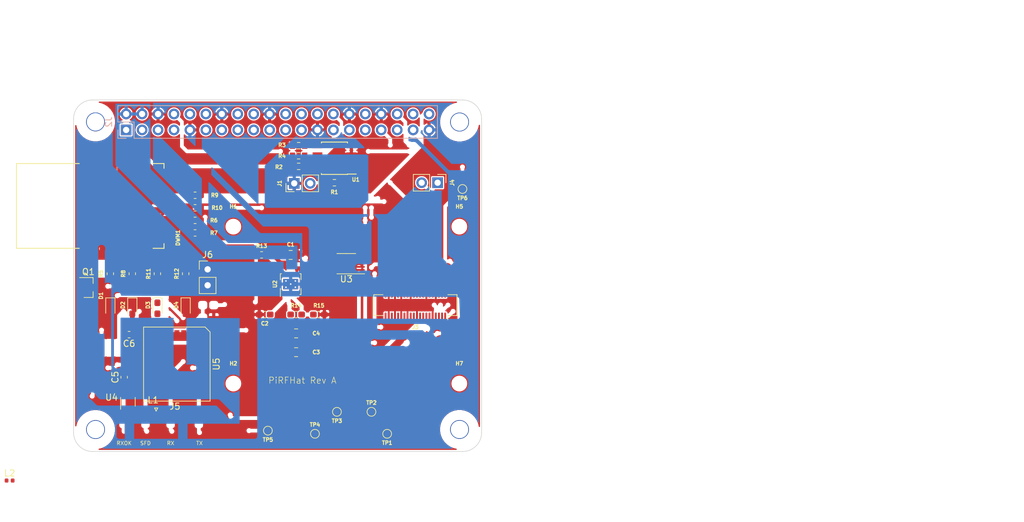
<source format=kicad_pcb>
(kicad_pcb (version 20171130) (host pcbnew "(5.1.4)-1")
  (layers (0 F.Cu signal) (31 B.Cu signal) (34 B.Paste user) (35 F.Paste user) (36 B.SilkS user) (37 F.SilkS user) (38 B.Mask user) (39 F.Mask user) (44 Edge.Cuts user))
  (net 0 "")
  (net 1 GND)
  (net 2 /ID_SD_EEPROM)
  (net 3 /ID_SC_EEPROM)
  (net 4 /P5V_HAT)
  (net 5 "Net-(C2-Pad1)")
  (net 6 +3V3)
  (net 7 /RESET_N)
  (net 8 /UART_RXD)
  (net 9 /GPIO0)
  (net 10 /GPIO1)
  (net 11 /UART_TXD)
  (net 12 /SS)
  (net 13 /MISO)
  (net 14 /MOSI)
  (net 15 /SCLK)
  (net 16 /WAKEUP)
  (net 17 /BL_ENABLE)
  (net 18 /HAT_PWR_EN)
  (net 19 /HAT_PG)
  (net 20 "Net-(DWM1-Pad15)")
  (net 21 "Net-(DWM1-Pad14)")
  (net 22 "Net-(DWM1-Pad13)")
  (net 23 "Net-(DWM1-Pad12)")
  (net 24 "Net-(DWM1-Pad10)")
  (net 25 "Net-(DWM1-Pad9)")
  (net 26 "Net-(D1-Pad1)")
  (net 27 "Net-(D2-Pad1)")
  (net 28 "Net-(D3-Pad1)")
  (net 29 "Net-(D4-Pad1)")
  (net 30 /UWB_RSTn)
  (net 31 "Net-(J1-Pad2)")
  (net 32 "Net-(R14-Pad2)")
  (net 33 /HAT_3V3)
  (net 34 "Net-(DWM1-Pad3)")
  (net 35 /GPS_SDA)
  (net 36 /GPS_SCL)
  (net 37 /GPS_PPS)
  (net 38 /GPS_RESETn)
  (net 39 /GPS_WAKE)
  (net 40 /UART_MUX)
  (net 41 /GPS_ANT_OC)
  (net 42 /GRIM_TXD)
  (net 43 /GRIM_RXD)
  (net 44 /GPS_TXD)
  (net 45 /GPS_RXD)
  (net 46 /VCC_RF)
  (net 47 /ANT_OFF)
  (net 48 "Net-(L1-Pad1)")
  (net 49 "Net-(C6-Pad1)")
  (net 50 "Net-(J5-Pad1)")
  (module Inductor_SMD:L_0402_1005Metric (layer F.Cu) (at 68.35 121.45)
    (fp_text reference L2 (at 0 -1.17) (layer F.SilkS))
    (fp_text value 27n)
    (pad 2 smd roundrect (at 0.485 0) (size 0.59 0.64) (layers F.Cu F.Paste F.Mask) (net 49 "Net-(C6-Pad1)"))
    (pad 1 smd roundrect (at -0.485 0) (size 0.59 0.64) (layers F.Cu F.Paste F.Mask) (net 6 +3V3))
  )
  (module Inductor_SMD:L_0402_1005Metric (layer F.Cu) (at 91.215 109.8)
    (fp_text reference L1 (at 0 -1.17) (layer F.SilkS))
    (fp_text value 27n)
    (pad 2 smd roundrect (at 0.485 0) (size 0.59 0.64) (layers F.Cu F.Paste F.Mask) (net 50 "Net-(J5-Pad1)"))
    (pad 1 smd roundrect (at -0.485 0) (size 0.59 0.64) (layers F.Cu F.Paste F.Mask) (net 48 "Net-(L1-Pad1)"))
  )
  (module Connector_Coaxial:SMA_Amphenol_132289_EdgeMount (layer F.Cu) (at 91.7 113.6 270)
    (fp_text reference J5 (at -3.96 -3) (layer F.SilkS))
    (fp_text value Conn_Coaxial)
    (fp_line (start -3.21 0) (end -3.71 -0.25) (layer F.SilkS) (width 0.12))
    (fp_line (start -3.71 -0.25) (end -3.71 0.25) (layer F.SilkS) (width 0.12))
    (fp_line (start -3.71 0.25) (end -3.21 0) (layer F.SilkS) (width 0.12))
    (pad 1 smd rect (at 0 0) (size 1.5 5.08) (layers F.Cu F.Paste F.Mask) (net 50 "Net-(J5-Pad1)"))
    (pad 2 smd rect (at 0 -4.25) (size 1.5 5.08) (layers F.Cu F.Paste F.Mask) (net 1 GND))
    (pad 2 smd rect (at 0 4.25) (size 1.5 5.08) (layers F.Cu F.Paste F.Mask) (net 1 GND))
    (pad 2 smd rect (at 0 -4.25) (size 1.5 5.08) (layers B.Cu B.Paste B.Mask) (net 1 GND))
    (pad 2 smd rect (at 0 4.25) (size 1.5 5.08) (layers B.Cu B.Paste B.Mask) (net 1 GND))
  )
  (module Capacitor_SMD:C_0603_1608Metric (layer F.Cu) (at 87.3875 98.2 180)
    (fp_text reference C6 (at 0 -1.43) (layer F.SilkS))
    (fp_text value 56P)
    (fp_line (start -0.162779 0.51) (end 0.162779 0.51) (layer F.SilkS) (width 0.12))
    (fp_line (start -0.162779 -0.51) (end 0.162779 -0.51) (layer F.SilkS) (width 0.12))
    (pad 2 smd roundrect (at 0.7875 0 180) (size 0.875 0.95) (layers F.Cu F.Paste F.Mask) (net 1 GND))
    (pad 1 smd roundrect (at -0.7875 0 180) (size 0.875 0.95) (layers F.Cu F.Paste F.Mask) (net 49 "Net-(C6-Pad1)"))
  )
  (module Capacitor_SMD:C_0603_1608Metric (layer F.Cu) (at 86.6 104.9875 90)
    (fp_text reference C5 (at 0 -1.43 90) (layer F.SilkS))
    (fp_text value 56P)
    (fp_line (start -0.162779 0.51) (end 0.162779 0.51) (layer F.SilkS) (width 0.12))
    (fp_line (start -0.162779 -0.51) (end 0.162779 -0.51) (layer F.SilkS) (width 0.12))
    (pad 2 smd roundrect (at 0.7875 0 90) (size 0.875 0.95) (layers F.Cu F.Paste F.Mask) (net 1 GND))
    (pad 1 smd roundrect (at -0.7875 0 90) (size 0.875 0.95) (layers F.Cu F.Paste F.Mask) (net 46 /VCC_RF))
  )
  (module KicadFootprint:TESEO-LIV3R (layer F.Cu) (at 95 102.9 180)
    (fp_text reference U5 (at -6.3 0 90) (layer F.SilkS))
    (fp_text value ST_Teseo)
    (fp_line (start 5.3 5.9) (end -4.5 5.9) (layer F.SilkS) (width 0.12))
    (fp_line (start 5.3 -5.9) (end 5.3 5.9) (layer F.SilkS) (width 0.12))
    (fp_line (start -5.3 -5.9) (end 5.3 -5.9) (layer F.SilkS) (width 0.12))
    (fp_line (start -5.3 5.1) (end -5.3 -5.9) (layer F.SilkS) (width 0.12))
    (fp_line (start -4.5 5.9) (end -5.3 5.1) (layer F.SilkS) (width 0.12))
    (pad 9 smd rect (at 4.4 4.6 180) (size 0.8 1.6) (layers F.Cu F.Paste F.Mask) (net 38 /GPS_RESETn))
    (pad 10 smd rect (at 4.4 -4.6 180) (size 0.8 1.6) (layers F.Cu F.Paste F.Mask) (net 1 GND))
    (pad 8 smd rect (at 3.3 4.6 180) (size 0.8 1.6) (layers F.Cu F.Paste F.Mask) (net 49 "Net-(C6-Pad1)"))
    (pad 11 smd rect (at 3.3 -4.6 180) (size 0.8 1.6) (layers F.Cu F.Paste F.Mask) (net 50 "Net-(J5-Pad1)"))
    (pad 7 smd rect (at 2.2 4.6 180) (size 0.8 1.6) (layers F.Cu F.Paste F.Mask) (net 49 "Net-(C6-Pad1)"))
    (pad 12 smd rect (at 2.2 -4.6 180) (size 0.8 1.6) (layers F.Cu F.Paste F.Mask) (net 1 GND))
    (pad 6 smd rect (at 1.1 4.6 180) (size 0.8 1.6) (layers F.Cu F.Paste F.Mask) (net 49 "Net-(C6-Pad1)"))
    (pad 13 smd rect (at 1.1 -4.6 180) (size 0.8 1.6) (layers F.Cu F.Paste F.Mask) (net 47 /ANT_OFF))
    (pad 5 smd rect (at 0 4.6 180) (size 0.8 1.6) (layers F.Cu F.Paste F.Mask) (net 39 /GPS_WAKE))
    (pad 14 smd rect (at 0 -4.6 180) (size 0.8 1.6) (layers F.Cu F.Paste F.Mask) (net 46 /VCC_RF))
    (pad 4 smd rect (at -1.1 4.6 180) (size 0.8 1.6) (layers F.Cu F.Paste F.Mask) (net 37 /GPS_PPS))
    (pad 15 smd rect (at -1.1 -4.6 180) (size 0.8 1.6) (layers F.Cu F.Paste F.Mask))
    (pad 3 smd rect (at -2.2 4.6 180) (size 0.8 1.6) (layers F.Cu F.Paste F.Mask) (net 45 /GPS_RXD))
    (pad 16 smd rect (at -2.2 -4.6 180) (size 0.8 1.6) (layers F.Cu F.Paste F.Mask) (net 35 /GPS_SDA))
    (pad 2 smd rect (at -3.3 4.6 180) (size 0.8 1.6) (layers F.Cu F.Paste F.Mask) (net 44 /GPS_TXD))
    (pad 17 smd rect (at -3.3 -4.6 180) (size 0.8 1.6) (layers F.Cu F.Paste F.Mask) (net 36 /GPS_SCL))
    (pad 1 smd rect (at -4.4 4.6 180) (size 0.8 1.6) (layers F.Cu F.Paste F.Mask) (net 1 GND))
    (pad 18 smd rect (at -4.4 -4.6 180) (size 0.8 1.6) (layers F.Cu F.Paste F.Mask))
  )
  (module Package_TO_SOT_SMD:SOT-353_SC-70-5 (layer F.Cu) (at 87.2 108.9 90)
    (fp_text reference U4 (at 0.7 -2.6 180) (layer F.SilkS))
    (fp_text value TPS2294x)
    (fp_line (start -0.7 1.16) (end 0.7 1.16) (layer F.SilkS) (width 0.12))
    (fp_line (start 0.7 -1.16) (end -1.2 -1.16) (layer F.SilkS) (width 0.12))
    (pad 5 smd rect (at 0.95 -0.65 90) (size 0.65 0.4) (layers F.Cu F.Paste F.Mask) (net 46 /VCC_RF))
    (pad 4 smd rect (at 0.95 0.65 90) (size 0.65 0.4) (layers F.Cu F.Paste F.Mask) (net 47 /ANT_OFF))
    (pad 2 smd rect (at -0.95 0 90) (size 0.65 0.4) (layers F.Cu F.Paste F.Mask) (net 1 GND))
    (pad 3 smd rect (at -0.95 0.65 90) (size 0.65 0.4) (layers F.Cu F.Paste F.Mask) (net 41 /GPS_ANT_OC))
    (pad 1 smd rect (at -0.95 -0.65 90) (size 0.65 0.4) (layers F.Cu F.Paste F.Mask) (net 48 "Net-(L1-Pad1)"))
  )
  (module Package_SO:VSSOP-10_3x3mm_P0.5mm (layer F.Cu) (at 122 86.9 180)
    (fp_text reference U3 (at 0 -2.45) (layer F.SilkS))
    (fp_text value TS5A23159)
    (fp_line (start 0 1.61) (end 1.5 1.61) (layer F.SilkS) (width 0.12))
    (fp_line (start 0 1.61) (end -1.5 1.61) (layer F.SilkS) (width 0.12))
    (fp_line (start 0 -1.61) (end 1.5 -1.61) (layer F.SilkS) (width 0.12))
    (fp_line (start 0 -1.61) (end -2.925 -1.61) (layer F.SilkS) (width 0.12))
    (pad 1 smd roundrect (at -2.2 -1 180) (size 1.45 0.3) (layers F.Cu F.Paste F.Mask) (net 40 /UART_MUX))
    (pad 2 smd roundrect (at -2.2 -0.5 180) (size 1.45 0.3) (layers F.Cu F.Paste F.Mask) (net 43 /GRIM_RXD))
    (pad 3 smd roundrect (at -2.2 0 180) (size 1.45 0.3) (layers F.Cu F.Paste F.Mask) (net 1 GND))
    (pad 4 smd roundrect (at -2.2 0.5 180) (size 1.45 0.3) (layers F.Cu F.Paste F.Mask) (net 42 /GRIM_TXD))
    (pad 5 smd roundrect (at -2.2 1 180) (size 1.45 0.3) (layers F.Cu F.Paste F.Mask) (net 40 /UART_MUX))
    (pad 6 smd roundrect (at 2.2 1 180) (size 1.45 0.3) (layers F.Cu F.Paste F.Mask) (net 11 /UART_TXD))
    (pad 7 smd roundrect (at 2.2 0.5 180) (size 1.45 0.3) (layers F.Cu F.Paste F.Mask) (net 44 /GPS_TXD))
    (pad 8 smd roundrect (at 2.2 0 180) (size 1.45 0.3) (layers F.Cu F.Paste F.Mask) (net 6 +3V3))
    (pad 9 smd roundrect (at 2.2 -0.5 180) (size 1.45 0.3) (layers F.Cu F.Paste F.Mask) (net 45 /GPS_RXD))
    (pad 10 smd roundrect (at 2.2 -1 180) (size 1.45 0.3) (layers F.Cu F.Paste F.Mask) (net 8 /UART_RXD))
  )
  (module Package_TO_SOT_SMD:SOT-23 (layer F.Cu) (at 80.9 90.7)
    (fp_text reference Q1 (at 0 -2.5) (layer F.SilkS))
    (fp_text value MMBT3904)
    (fp_line (start 0.76 1.58) (end -0.7 1.58) (layer F.SilkS) (width 0.12))
    (fp_line (start 0.76 -1.58) (end -1.4 -1.58) (layer F.SilkS) (width 0.12))
    (fp_line (start 0.76 -1.58) (end 0.76 -0.65) (layer F.SilkS) (width 0.12))
    (fp_line (start 0.76 1.58) (end 0.76 0.65) (layer F.SilkS) (width 0.12))
    (pad 3 smd rect (at 1 0) (size 0.9 0.8) (layers F.Cu F.Paste F.Mask) (net 34 "Net-(DWM1-Pad3)"))
    (pad 2 smd rect (at -1 0.95) (size 0.9 0.8) (layers F.Cu F.Paste F.Mask) (net 1 GND))
    (pad 1 smd rect (at -1 -0.95) (size 0.9 0.8) (layers F.Cu F.Paste F.Mask) (net 30 /UWB_RSTn))
  )
  (module Connector_PinHeader_2.54mm:PinHeader_1x02_P2.54mm_Vertical (layer F.Cu) (at 99.9 87.8)
    (fp_text reference J6 (at 0 -2.33) (layer F.SilkS))
    (fp_text value CONN_01X02)
    (fp_line (start -1.33 -1.33) (end 0 -1.33) (layer F.SilkS) (width 0.12))
    (fp_line (start -1.33 0) (end -1.33 -1.33) (layer F.SilkS) (width 0.12))
    (fp_line (start -1.33 1.27) (end 1.33 1.27) (layer F.SilkS) (width 0.12))
    (fp_line (start 1.33 1.27) (end 1.33 3.87) (layer F.SilkS) (width 0.12))
    (fp_line (start -1.33 1.27) (end -1.33 3.87) (layer F.SilkS) (width 0.12))
    (fp_line (start -1.33 3.87) (end 1.33 3.87) (layer F.SilkS) (width 0.12))
    (pad 2 thru_hole oval (at 0 2.54) (size 1.7 1.7) (drill 1) (layers *.Cu *.Mask) (net 36 /GPS_SCL))
    (pad 1 thru_hole rect (at 0 0) (size 1.7 1.7) (drill 1) (layers *.Cu *.Mask) (net 35 /GPS_SDA))
  )
  (module Connector_PinHeader_2.54mm:PinHeader_1x02_P2.54mm_Vertical (layer F.Cu) (at 136.54 74 270)
    (fp_text reference J4 (at 0 -2.33 90) (layer F.SilkS) (effects (font (size 0.6 0.6))))
    (fp_text value CONN_01X02)
    (fp_line (start -1.33 -1.33) (end 0 -1.33) (layer F.SilkS) (width 0.12))
    (fp_line (start -1.33 0) (end -1.33 -1.33) (layer F.SilkS) (width 0.12))
    (fp_line (start -1.33 1.27) (end 1.33 1.27) (layer F.SilkS) (width 0.12))
    (fp_line (start 1.33 1.27) (end 1.33 3.87) (layer F.SilkS) (width 0.12))
    (fp_line (start -1.33 1.27) (end -1.33 3.87) (layer F.SilkS) (width 0.12))
    (fp_line (start -1.33 3.87) (end 1.33 3.87) (layer F.SilkS) (width 0.12))
    (pad 2 thru_hole oval (at 0 2.54 270) (size 1.7 1.7) (drill 1) (layers *.Cu *.Mask) (net 11 /UART_TXD))
    (pad 1 thru_hole rect (at 0 0 270) (size 1.7 1.7) (drill 1) (layers *.Cu *.Mask) (net 8 /UART_RXD))
  )
  (module Connector_Molex:Molex_SlimStack_501920-4001_2x20_P0.50mm_Vertical (layer F.Cu) (at 133 93.5 180)
    (fp_text reference J3 (at 0 -3.5) (layer F.SilkS) (effects (font (size 0.6 0.6))))
    (fp_text value Conn_02x20_Odd_Even)
    (fp_line (start 6.63 -1.66) (end 5.16 -1.66) (layer F.SilkS) (width 0.12))
    (fp_line (start 6.63 1.66) (end 6.63 -1.66) (layer F.SilkS) (width 0.12))
    (fp_line (start 5.16 1.66) (end 6.63 1.66) (layer F.SilkS) (width 0.12))
    (fp_line (start -5.16 -1.66) (end -5.16 -2.35) (layer F.SilkS) (width 0.12))
    (fp_line (start -6.63 -1.66) (end -5.16 -1.66) (layer F.SilkS) (width 0.12))
    (fp_line (start -6.63 1.66) (end -6.63 -1.66) (layer F.SilkS) (width 0.12))
    (fp_line (start -5.16 1.66) (end -6.63 1.66) (layer F.SilkS) (width 0.12))
    (pad 40 smd rect (at 4.75 1.75 180) (size 0.3 1.1) (layers F.Cu F.Paste F.Mask))
    (pad 38 smd rect (at 4.25 1.75 180) (size 0.3 1.1) (layers F.Cu F.Paste F.Mask) (net 1 GND))
    (pad 36 smd rect (at 3.75 1.75 180) (size 0.3 1.1) (layers F.Cu F.Paste F.Mask))
    (pad 34 smd rect (at 3.25 1.75 180) (size 0.3 1.1) (layers F.Cu F.Paste F.Mask) (net 1 GND))
    (pad 32 smd rect (at 2.75 1.75 180) (size 0.3 1.1) (layers F.Cu F.Paste F.Mask))
    (pad 30 smd rect (at 2.25 1.75 180) (size 0.3 1.1) (layers F.Cu F.Paste F.Mask) (net 1 GND))
    (pad 28 smd rect (at 1.75 1.75 180) (size 0.3 1.1) (layers F.Cu F.Paste F.Mask))
    (pad 26 smd rect (at 1.25 1.75 180) (size 0.3 1.1) (layers F.Cu F.Paste F.Mask))
    (pad 24 smd rect (at 0.75 1.75 180) (size 0.3 1.1) (layers F.Cu F.Paste F.Mask) (net 1 GND))
    (pad 22 smd rect (at 0.25 1.75 180) (size 0.3 1.1) (layers F.Cu F.Paste F.Mask))
    (pad 20 smd rect (at -0.25 1.75 180) (size 0.3 1.1) (layers F.Cu F.Paste F.Mask))
    (pad 18 smd rect (at -0.75 1.75 180) (size 0.3 1.1) (layers F.Cu F.Paste F.Mask))
    (pad 16 smd rect (at -1.25 1.75 180) (size 0.3 1.1) (layers F.Cu F.Paste F.Mask))
    (pad 14 smd rect (at -1.75 1.75 180) (size 0.3 1.1) (layers F.Cu F.Paste F.Mask) (net 1 GND))
    (pad 12 smd rect (at -2.25 1.75 180) (size 0.3 1.1) (layers F.Cu F.Paste F.Mask) (net 42 /GRIM_TXD))
    (pad 10 smd rect (at -2.75 1.75 180) (size 0.3 1.1) (layers F.Cu F.Paste F.Mask) (net 43 /GRIM_RXD))
    (pad 8 smd rect (at -3.25 1.75 180) (size 0.3 1.1) (layers F.Cu F.Paste F.Mask) (net 1 GND))
    (pad 6 smd rect (at -3.75 1.75 180) (size 0.3 1.1) (layers F.Cu F.Paste F.Mask))
    (pad 4 smd rect (at -4.25 1.75 180) (size 0.3 1.1) (layers F.Cu F.Paste F.Mask))
    (pad 2 smd rect (at -4.75 1.75 180) (size 0.3 1.1) (layers F.Cu F.Paste F.Mask) (net 7 /RESET_N))
    (pad 39 smd rect (at 4.75 -1.75 180) (size 0.3 1.1) (layers F.Cu F.Paste F.Mask))
    (pad 37 smd rect (at 4.25 -1.75 180) (size 0.3 1.1) (layers F.Cu F.Paste F.Mask) (net 1 GND))
    (pad 35 smd rect (at 3.75 -1.75 180) (size 0.3 1.1) (layers F.Cu F.Paste F.Mask))
    (pad 33 smd rect (at 3.25 -1.75 180) (size 0.3 1.1) (layers F.Cu F.Paste F.Mask) (net 1 GND))
    (pad 31 smd rect (at 2.75 -1.75 180) (size 0.3 1.1) (layers F.Cu F.Paste F.Mask))
    (pad 29 smd rect (at 2.25 -1.75 180) (size 0.3 1.1) (layers F.Cu F.Paste F.Mask) (net 1 GND))
    (pad 27 smd rect (at 1.75 -1.75 180) (size 0.3 1.1) (layers F.Cu F.Paste F.Mask))
    (pad 25 smd rect (at 1.25 -1.75 180) (size 0.3 1.1) (layers F.Cu F.Paste F.Mask) (net 1 GND))
    (pad 23 smd rect (at 0.75 -1.75 180) (size 0.3 1.1) (layers F.Cu F.Paste F.Mask))
    (pad 21 smd rect (at 0.25 -1.75 180) (size 0.3 1.1) (layers F.Cu F.Paste F.Mask))
    (pad 19 smd rect (at -0.25 -1.75 180) (size 0.3 1.1) (layers F.Cu F.Paste F.Mask) (net 1 GND))
    (pad 17 smd rect (at -0.75 -1.75 180) (size 0.3 1.1) (layers F.Cu F.Paste F.Mask) (net 16 /WAKEUP))
    (pad 15 smd rect (at -1.25 -1.75 180) (size 0.3 1.1) (layers F.Cu F.Paste F.Mask) (net 9 /GPIO0))
    (pad 13 smd rect (at -1.75 -1.75 180) (size 0.3 1.1) (layers F.Cu F.Paste F.Mask) (net 17 /BL_ENABLE))
    (pad 11 smd rect (at -2.25 -1.75 180) (size 0.3 1.1) (layers F.Cu F.Paste F.Mask) (net 10 /GPIO1))
    (pad 9 smd rect (at -2.75 -1.75 180) (size 0.3 1.1) (layers F.Cu F.Paste F.Mask) (net 1 GND))
    (pad 7 smd rect (at -3.25 -1.75 180) (size 0.3 1.1) (layers F.Cu F.Paste F.Mask) (net 6 +3V3))
    (pad 5 smd rect (at -3.75 -1.75 180) (size 0.3 1.1) (layers F.Cu F.Paste F.Mask) (net 6 +3V3))
    (pad 3 smd rect (at -4.25 -1.75 180) (size 0.3 1.1) (layers F.Cu F.Paste F.Mask) (net 6 +3V3))
    (pad 1 smd rect (at -4.75 -1.75 180) (size 0.3 1.1) (layers F.Cu F.Paste F.Mask) (net 6 +3V3))
  )
  (module Capacitor_SMD:C_0805_2012Metric_Pad1.15x1.40mm_HandSolder (layer F.Cu) (at 114 98)
    (fp_text reference C4 (at 3.2 0) (layer F.SilkS) (effects (font (size 0.6 0.6))))
    (fp_text value 10u)
    (fp_line (start -0.261252 0.71) (end 0.261252 0.71) (layer F.SilkS) (width 0.12))
    (fp_line (start -0.261252 -0.71) (end 0.261252 -0.71) (layer F.SilkS) (width 0.12))
    (pad 2 smd roundrect (at 1.025 0) (size 1.15 1.4) (layers F.Cu F.Paste F.Mask) (roundrect_rratio 0.217391) (net 1 GND))
    (pad 1 smd roundrect (at -1.025 0) (size 1.15 1.4) (layers F.Cu F.Paste F.Mask) (roundrect_rratio 0.217391) (net 6 +3V3))
  )
  (module Capacitor_SMD:C_0805_2012Metric_Pad1.15x1.40mm_HandSolder (layer F.Cu) (at 114 101)
    (fp_text reference C3 (at 3.2 0) (layer F.SilkS) (effects (font (size 0.6 0.6))))
    (fp_text value 10u)
    (fp_line (start -0.261252 0.71) (end 0.261252 0.71) (layer F.SilkS) (width 0.12))
    (fp_line (start -0.261252 -0.71) (end 0.261252 -0.71) (layer F.SilkS) (width 0.12))
    (pad 2 smd roundrect (at 1.025 0) (size 1.15 1.4) (layers F.Cu F.Paste F.Mask) (roundrect_rratio 0.217391) (net 1 GND))
    (pad 1 smd roundrect (at -1.025 0) (size 1.15 1.4) (layers F.Cu F.Paste F.Mask) (roundrect_rratio 0.217391) (net 6 +3V3))
  )
  (module Capacitor_SMD:C_0805_2012Metric_Pad1.15x1.40mm_HandSolder (layer F.Cu) (at 113.125 85.5)
    (fp_text reference C1 (at 0 -1.65) (layer F.SilkS) (effects (font (size 0.6 0.6))))
    (fp_text value 10u)
    (fp_line (start -0.261252 0.71) (end 0.261252 0.71) (layer F.SilkS) (width 0.12))
    (fp_line (start -0.261252 -0.71) (end 0.261252 -0.71) (layer F.SilkS) (width 0.12))
    (pad 2 smd roundrect (at 1.025 0) (size 1.15 1.4) (layers F.Cu F.Paste F.Mask) (roundrect_rratio 0.217391) (net 1 GND))
    (pad 1 smd roundrect (at -1.025 0) (size 1.15 1.4) (layers F.Cu F.Paste F.Mask) (roundrect_rratio 0.217391) (net 4 /P5V_HAT))
  )
  (module TestPoint:TestPoint_Pad_D1.0mm (layer F.Cu) (at 120.5 110.5 180)
    (fp_text reference TP3 (at 0 -1.448) (layer F.SilkS) (effects (font (size 0.6 0.6))))
    (fp_text value TestPoint)
    (fp_circle (center 0 0) (end 0 0.7) (layer F.SilkS) (width 0.12))
    (pad 1 smd circle (at 0 0 180) (size 1 1) (layers F.Cu F.Mask) (net 9 /GPIO0))
  )
  (module Resistor_SMD:R_0603_1608Metric_Pad1.05x0.95mm_HandSolder (layer F.Cu) (at 96.4 88.5 90)
    (fp_text reference R12 (at 0 -1.43 90) (layer F.SilkS) (effects (font (size 0.6 0.6))))
    (fp_text value 1.5k)
    (fp_line (start -0.171267 0.51) (end 0.171267 0.51) (layer F.SilkS) (width 0.12))
    (fp_line (start -0.171267 -0.51) (end 0.171267 -0.51) (layer F.SilkS) (width 0.12))
    (pad 2 smd roundrect (at 0.875 0 90) (size 1.05 0.95) (layers F.Cu F.Paste F.Mask) (net 23 "Net-(DWM1-Pad12)"))
    (pad 1 smd roundrect (at -0.875 0 90) (size 1.05 0.95) (layers F.Cu F.Paste F.Mask) (net 29 "Net-(D4-Pad1)"))
  )
  (module Resistor_SMD:R_0603_1608Metric_Pad1.05x0.95mm_HandSolder (layer F.Cu) (at 91.9 88.5 90)
    (fp_text reference R11 (at 0 -1.43 90) (layer F.SilkS) (effects (font (size 0.6 0.6))))
    (fp_text value 1.5k)
    (fp_line (start -0.171267 0.51) (end 0.171267 0.51) (layer F.SilkS) (width 0.12))
    (fp_line (start -0.171267 -0.51) (end 0.171267 -0.51) (layer F.SilkS) (width 0.12))
    (pad 2 smd roundrect (at 0.875 0 90) (size 1.05 0.95) (layers F.Cu F.Paste F.Mask) (net 22 "Net-(DWM1-Pad13)"))
    (pad 1 smd roundrect (at -0.875 0 90) (size 1.05 0.95) (layers F.Cu F.Paste F.Mask) (net 28 "Net-(D3-Pad1)"))
  )
  (module Resistor_SMD:R_0603_1608Metric_Pad1.05x0.95mm_HandSolder (layer F.Cu) (at 97.9 78)
    (fp_text reference R10 (at 3.5 0) (layer F.SilkS) (effects (font (size 0.6 0.6))))
    (fp_text value 0)
    (fp_line (start -0.171267 0.51) (end 0.171267 0.51) (layer F.SilkS) (width 0.12))
    (fp_line (start -0.171267 -0.51) (end 0.171267 -0.51) (layer F.SilkS) (width 0.12))
    (pad 2 smd roundrect (at 0.875 0) (size 1.05 0.95) (layers F.Cu F.Paste F.Mask) (net 1 GND))
    (pad 1 smd roundrect (at -0.875 0) (size 1.05 0.95) (layers F.Cu F.Paste F.Mask) (net 24 "Net-(DWM1-Pad10)"))
  )
  (module Resistor_SMD:R_0603_1608Metric_Pad1.05x0.95mm_HandSolder (layer F.Cu) (at 97.9 76 180)
    (fp_text reference R9 (at -3.125 0) (layer F.SilkS) (effects (font (size 0.6 0.6))))
    (fp_text value DNP)
    (fp_line (start -0.171267 0.51) (end 0.171267 0.51) (layer F.SilkS) (width 0.12))
    (fp_line (start -0.171267 -0.51) (end 0.171267 -0.51) (layer F.SilkS) (width 0.12))
    (pad 2 smd roundrect (at 0.875 0 180) (size 1.05 0.95) (layers F.Cu F.Paste F.Mask) (net 24 "Net-(DWM1-Pad10)"))
    (pad 1 smd roundrect (at -0.875 0 180) (size 1.05 0.95) (layers F.Cu F.Paste F.Mask) (net 6 +3V3))
  )
  (module Resistor_SMD:R_0603_1608Metric_Pad1.05x0.95mm_HandSolder (layer F.Cu) (at 87.9 88.5 90)
    (fp_text reference R8 (at 0 -1.43 90) (layer F.SilkS) (effects (font (size 0.6 0.6))))
    (fp_text value 1.5k)
    (fp_line (start -0.171267 0.51) (end 0.171267 0.51) (layer F.SilkS) (width 0.12))
    (fp_line (start -0.171267 -0.51) (end 0.171267 -0.51) (layer F.SilkS) (width 0.12))
    (pad 2 smd roundrect (at 0.875 0 90) (size 1.05 0.95) (layers F.Cu F.Paste F.Mask) (net 21 "Net-(DWM1-Pad14)"))
    (pad 1 smd roundrect (at -0.875 0 90) (size 1.05 0.95) (layers F.Cu F.Paste F.Mask) (net 27 "Net-(D2-Pad1)"))
  )
  (module Resistor_SMD:R_0603_1608Metric_Pad1.05x0.95mm_HandSolder (layer F.Cu) (at 97.9 82)
    (fp_text reference R7 (at 3 0) (layer F.SilkS) (effects (font (size 0.6 0.6))))
    (fp_text value 0)
    (fp_line (start -0.171267 0.51) (end 0.171267 0.51) (layer F.SilkS) (width 0.12))
    (fp_line (start -0.171267 -0.51) (end 0.171267 -0.51) (layer F.SilkS) (width 0.12))
    (pad 2 smd roundrect (at 0.875 0) (size 1.05 0.95) (layers F.Cu F.Paste F.Mask) (net 1 GND))
    (pad 1 smd roundrect (at -0.875 0) (size 1.05 0.95) (layers F.Cu F.Paste F.Mask) (net 25 "Net-(DWM1-Pad9)"))
  )
  (module Resistor_SMD:R_0603_1608Metric_Pad1.05x0.95mm_HandSolder (layer F.Cu) (at 97.9 80 180)
    (fp_text reference R6 (at -3 0) (layer F.SilkS) (effects (font (size 0.6 0.6))))
    (fp_text value DNP)
    (fp_line (start -0.171267 0.51) (end 0.171267 0.51) (layer F.SilkS) (width 0.12))
    (fp_line (start -0.171267 -0.51) (end 0.171267 -0.51) (layer F.SilkS) (width 0.12))
    (pad 2 smd roundrect (at 0.875 0 180) (size 1.05 0.95) (layers F.Cu F.Paste F.Mask) (net 25 "Net-(DWM1-Pad9)"))
    (pad 1 smd roundrect (at -0.875 0 180) (size 1.05 0.95) (layers F.Cu F.Paste F.Mask) (net 6 +3V3))
  )
  (module Resistor_SMD:R_0603_1608Metric_Pad1.05x0.95mm_HandSolder (layer F.Cu) (at 84.4 88.5 90)
    (fp_text reference R5 (at 0 -1.5 270) (layer F.SilkS) (effects (font (size 0.6 0.6))))
    (fp_text value 1.5k)
    (fp_line (start -0.171267 0.51) (end 0.171267 0.51) (layer F.SilkS) (width 0.12))
    (fp_line (start -0.171267 -0.51) (end 0.171267 -0.51) (layer F.SilkS) (width 0.12))
    (pad 2 smd roundrect (at 0.875 0 90) (size 1.05 0.95) (layers F.Cu F.Paste F.Mask) (net 20 "Net-(DWM1-Pad15)"))
    (pad 1 smd roundrect (at -0.875 0 90) (size 1.05 0.95) (layers F.Cu F.Paste F.Mask) (net 26 "Net-(D1-Pad1)"))
  )
  (module LED_SMD:LED_0603_1608Metric_Pad1.05x0.95mm_HandSolder (layer F.Cu) (at 96.4 94 270)
    (fp_text reference D4 (at -0.5 1.5 270) (layer F.SilkS) (effects (font (size 0.6 0.6))))
    (fp_text value LED)
    (fp_line (start -1.66 0.735) (end 0.8 0.735) (layer F.SilkS) (width 0.12))
    (fp_line (start -1.66 -0.735) (end -1.66 0.735) (layer F.SilkS) (width 0.12))
    (fp_line (start 0.8 -0.735) (end -1.66 -0.735) (layer F.SilkS) (width 0.12))
    (pad 2 smd roundrect (at 0.875 0 270) (size 1.05 0.95) (layers F.Cu F.Paste F.Mask) (net 6 +3V3))
    (pad 1 smd roundrect (at -0.875 0 270) (size 1.05 0.95) (layers F.Cu F.Paste F.Mask) (net 29 "Net-(D4-Pad1)"))
  )
  (module LED_SMD:LED_0603_1608Metric_Pad1.05x0.95mm_HandSolder (layer F.Cu) (at 91.9 94 270)
    (fp_text reference D3 (at -0.5 1.5 270) (layer F.SilkS) (effects (font (size 0.6 0.6))))
    (fp_text value LED)
    (fp_line (start -1.66 0.735) (end 0.8 0.735) (layer F.SilkS) (width 0.12))
    (fp_line (start -1.66 -0.735) (end -1.66 0.735) (layer F.SilkS) (width 0.12))
    (fp_line (start 0.8 -0.735) (end -1.66 -0.735) (layer F.SilkS) (width 0.12))
    (pad 2 smd roundrect (at 0.875 0 270) (size 1.05 0.95) (layers F.Cu F.Paste F.Mask) (net 6 +3V3))
    (pad 1 smd roundrect (at -0.875 0 270) (size 1.05 0.95) (layers F.Cu F.Paste F.Mask) (net 28 "Net-(D3-Pad1)"))
  )
  (module LED_SMD:LED_0603_1608Metric_Pad1.05x0.95mm_HandSolder (layer F.Cu) (at 87.9 94 270)
    (fp_text reference D2 (at -0.5 1.5 270) (layer F.SilkS) (effects (font (size 0.6 0.6))))
    (fp_text value LED)
    (fp_line (start -1.66 0.735) (end 0.8 0.735) (layer F.SilkS) (width 0.12))
    (fp_line (start -1.66 -0.735) (end -1.66 0.735) (layer F.SilkS) (width 0.12))
    (fp_line (start 0.8 -0.735) (end -1.66 -0.735) (layer F.SilkS) (width 0.12))
    (pad 2 smd roundrect (at 0.875 0 270) (size 1.05 0.95) (layers F.Cu F.Paste F.Mask) (net 6 +3V3))
    (pad 1 smd roundrect (at -0.875 0 270) (size 1.05 0.95) (layers F.Cu F.Paste F.Mask) (net 27 "Net-(D2-Pad1)"))
  )
  (module LED_SMD:LED_0603_1608Metric_Pad1.05x0.95mm_HandSolder (layer F.Cu) (at 84.4 94 270)
    (fp_text reference D1 (at -2 1.5 270) (layer F.SilkS) (effects (font (size 0.6 0.6))))
    (fp_text value LED)
    (fp_line (start -1.66 0.735) (end 0.8 0.735) (layer F.SilkS) (width 0.12))
    (fp_line (start -1.66 -0.735) (end -1.66 0.735) (layer F.SilkS) (width 0.12))
    (fp_line (start 0.8 -0.735) (end -1.66 -0.735) (layer F.SilkS) (width 0.12))
    (pad 2 smd roundrect (at 0.875 0 270) (size 1.05 0.95) (layers F.Cu F.Paste F.Mask) (net 6 +3V3))
    (pad 1 smd roundrect (at -0.875 0 270) (size 1.05 0.95) (layers F.Cu F.Paste F.Mask) (net 26 "Net-(D1-Pad1)"))
  )
  (module RF_Module:DWM1000 (layer F.Cu) (at 81.2 77.7 90)
    (fp_text reference DWM1 (at -5.08 13.97 90) (layer F.SilkS) (effects (font (size 0.6 0.6))))
    (fp_text value DWM1000)
    (fp_line (start -6.75 -11.75) (end -6.75 -1.75) (layer F.SilkS) (width 0.15))
    (fp_line (start 6.75 -11.75) (end 6.75 -1.75) (layer F.SilkS) (width 0.15))
    (fp_line (start -6.75 -11.75) (end 6.75 -11.75) (layer F.SilkS) (width 0.15))
    (fp_line (start 6.75 11.75) (end 6.75 10) (layer F.SilkS) (width 0.15))
    (fp_line (start 6 11.75) (end 6.75 11.75) (layer F.SilkS) (width 0.15))
    (fp_line (start -6.75 11.75) (end -6.75 10) (layer F.SilkS) (width 0.15))
    (fp_line (start -6 11.75) (end -6.75 11.75) (layer F.SilkS) (width 0.15))
    (pad 24 smd rect (at 6.3 -0.7988 180) (size 1 2.45) (layers F.Cu F.Paste F.Mask) (net 1 GND))
    (pad 23 smd rect (at 6.3 0.6012 180) (size 1 2.45) (layers F.Cu F.Paste F.Mask) (net 1 GND))
    (pad 22 smd rect (at 6.3 2.0012 180) (size 1 2.45) (layers F.Cu F.Paste F.Mask))
    (pad 21 smd rect (at 6.3 3.4012 180) (size 1 2.45) (layers F.Cu F.Paste F.Mask) (net 1 GND))
    (pad 20 smd rect (at 6.3 4.8012 180) (size 1 2.45) (layers F.Cu F.Paste F.Mask) (net 15 /SCLK))
    (pad 19 smd rect (at 6.3 6.2012 180) (size 1 2.45) (layers F.Cu F.Paste F.Mask) (net 13 /MISO))
    (pad 18 smd rect (at 6.3 7.6 180) (size 1 2.45) (layers F.Cu F.Paste F.Mask) (net 14 /MOSI))
    (pad 17 smd rect (at 6.3 9 180) (size 1 2.45) (layers F.Cu F.Paste F.Mask) (net 12 /SS))
    (pad 16 smd rect (at 4.9 11.2962 90) (size 1 2.45) (layers F.Cu F.Paste F.Mask) (net 1 GND))
    (pad 15 smd rect (at 3.5 11.2962 90) (size 1 2.45) (layers F.Cu F.Paste F.Mask) (net 20 "Net-(DWM1-Pad15)"))
    (pad 14 smd rect (at 2.1 11.2962 90) (size 1 2.45) (layers F.Cu F.Paste F.Mask) (net 21 "Net-(DWM1-Pad14)"))
    (pad 13 smd rect (at 0.7 11.2962 90) (size 1 2.45) (layers F.Cu F.Paste F.Mask) (net 22 "Net-(DWM1-Pad13)"))
    (pad 12 smd rect (at -0.7 11.2962 90) (size 1 2.45) (layers F.Cu F.Paste F.Mask) (net 23 "Net-(DWM1-Pad12)"))
    (pad 11 smd rect (at -2.1 11.2962 90) (size 1 2.45) (layers F.Cu F.Paste F.Mask))
    (pad 10 smd rect (at -3.5 11.2962 90) (size 1 2.45) (layers F.Cu F.Paste F.Mask) (net 24 "Net-(DWM1-Pad10)"))
    (pad 9 smd rect (at -4.9 11.2962 90) (size 1 2.45) (layers F.Cu F.Paste F.Mask) (net 25 "Net-(DWM1-Pad9)"))
    (pad 8 smd rect (at -6.3 9.0012 180) (size 1 2.45) (layers F.Cu F.Paste F.Mask) (net 1 GND))
    (pad 7 smd rect (at -6.3 7.6012 180) (size 1 2.45) (layers F.Cu F.Paste F.Mask) (net 6 +3V3))
    (pad 6 smd rect (at -6.3 6.2012 180) (size 1 2.45) (layers F.Cu F.Paste F.Mask) (net 6 +3V3))
    (pad 5 smd rect (at -6.3 4.8012 180) (size 1 2.45) (layers F.Cu F.Paste F.Mask) (net 6 +3V3))
    (pad 4 smd rect (at -6.3 3.4012 180) (size 1 2.45) (layers F.Cu F.Paste F.Mask))
    (pad 3 smd rect (at -6.3 2.0012 180) (size 1 2.45) (layers F.Cu F.Paste F.Mask) (net 34 "Net-(DWM1-Pad3)"))
    (pad 2 smd rect (at -6.3 0.6012 180) (size 1 2.45) (layers F.Cu F.Paste F.Mask) (net 16 /WAKEUP))
    (pad 1 smd rect (at -6.3 -0.7988 180) (size 1 2.45) (layers F.Cu F.Paste F.Mask))
  )
  (module MountingHole:MountingHole_2.1mm (layer F.Cu) (at 140 106)
    (fp_text reference H7 (at 0 -3.2) (layer F.SilkS) (effects (font (size 0.6 0.6))))
    (fp_text value 3mm_Mounting_Hole)
    (pad "" np_thru_hole circle (at 0 0) (size 2.1 2.1) (drill 2.1) (layers *.Cu *.Mask))
  )
  (module MountingHole:MountingHole_2.1mm (layer F.Cu) (at 140 81)
    (fp_text reference H5 (at 0 -3.2) (layer F.SilkS) (effects (font (size 0.6 0.6))))
    (fp_text value 3mm_Mounting_Hole)
    (pad "" np_thru_hole circle (at 0 0) (size 2.1 2.1) (drill 2.1) (layers *.Cu *.Mask))
  )
  (module MountingHole:MountingHole_2.1mm (layer F.Cu) (at 104 106)
    (fp_text reference H2 (at 0 -3.2) (layer F.SilkS) (effects (font (size 0.6 0.6))))
    (fp_text value 3mm_Mounting_Hole)
    (pad "" np_thru_hole circle (at 0 0) (size 2.1 2.1) (drill 2.1) (layers *.Cu *.Mask))
  )
  (module MountingHole:MountingHole_2.1mm (layer F.Cu) (at 104 81)
    (fp_text reference H1 (at 0 -3.2) (layer F.SilkS) (effects (font (size 0.6 0.6))))
    (fp_text value 3mm_Mounting_Hole)
    (pad "" np_thru_hole circle (at 0 0) (size 2.1 2.1) (drill 2.1) (layers *.Cu *.Mask))
  )
  (module Package_SON:Texas_S-PVSON-N8_ThermalVias (layer F.Cu) (at 113.13 90.15 90)
    (fp_text reference U2 (at 0 -2.5 90) (layer F.SilkS) (effects (font (size 0.6 0.6))))
    (fp_text value TPS7A19)
    (fp_line (start -1.65 1.65) (end -1.65 1.45) (layer F.SilkS) (width 0.12))
    (fp_line (start 1.65 1.45) (end 1.65 1.65) (layer F.SilkS) (width 0.12))
    (fp_line (start 1.65 -1.45) (end 1.65 -1.65) (layer F.SilkS) (width 0.12))
    (fp_line (start -1.65 1.65) (end -0.7 1.65) (layer F.SilkS) (width 0.12))
    (fp_line (start 0.7 -1.65) (end 1.65 -1.65) (layer F.SilkS) (width 0.12))
    (fp_line (start -2 -1.65) (end -0.7 -1.65) (layer F.SilkS) (width 0.12))
    (fp_line (start 0.7 1.65) (end 1.65 1.65) (layer F.SilkS) (width 0.12))
    (pad 8 smd oval (at 1.55 -0.975 90) (size 0.65 0.4) (layers F.Cu F.Paste F.Mask) (net 19 /HAT_PG))
    (pad 7 smd oval (at 1.55 -0.325 90) (size 0.65 0.4) (layers F.Cu F.Paste F.Mask) (net 4 /P5V_HAT))
    (pad 6 smd rect (at 1.75 0.325 90) (size 0.3 0.4) (layers F.Cu F.Paste F.Mask) (net 18 /HAT_PWR_EN))
    (pad 5 smd rect (at 1.75 0.975 90) (size 0.3 0.4) (layers F.Cu F.Paste F.Mask) (net 1 GND))
    (pad 4 smd rect (at -1.75 0.975 90) (size 0.3 0.4) (layers F.Cu F.Paste F.Mask) (net 1 GND))
    (pad 3 smd oval (at -1.55 0.325 90) (size 0.65 0.4) (layers F.Cu F.Paste F.Mask) (net 32 "Net-(R14-Pad2)"))
    (pad 2 smd rect (at -1.75 -0.325 90) (size 0.3 0.4) (layers F.Cu F.Paste F.Mask) (net 6 +3V3))
    (pad 1 smd rect (at -1.75 -0.975 90) (size 0.3 0.4) (layers F.Cu F.Paste F.Mask) (net 5 "Net-(C2-Pad1)"))
    (pad 9 smd rect (at 0 0 90) (size 1.65 2.4) (layers F.Cu F.Mask) (net 1 GND))
    (pad 9 smd rect (at 0.45 0.625 90) (size 0.65 1) (layers F.Cu F.Paste F.Mask) (net 1 GND))
    (pad 9 smd rect (at -0.45 0.625 90) (size 0.65 1) (layers F.Cu F.Paste F.Mask) (net 1 GND))
    (pad 9 smd rect (at 0.45 -0.625 90) (size 0.65 1) (layers F.Cu F.Paste F.Mask) (net 1 GND))
    (pad 9 smd rect (at -0.45 -0.625 90) (size 0.65 1) (layers F.Cu F.Paste F.Mask) (net 1 GND))
    (pad 9 thru_hole circle (at 0.5 0.75 90) (size 0.6 0.6) (drill 0.25) (layers *.Cu) (net 1 GND))
    (pad 9 thru_hole circle (at -0.5 0.75 90) (size 0.6 0.6) (drill 0.25) (layers *.Cu) (net 1 GND))
    (pad 9 thru_hole circle (at 0.5 -0.75 90) (size 0.6 0.6) (drill 0.25) (layers *.Cu) (net 1 GND))
    (pad 9 thru_hole circle (at -0.5 -0.75 90) (size 0.6 0.6) (drill 0.25) (layers *.Cu) (net 1 GND))
    (pad 9 thru_hole circle (at 0 0 90) (size 0.6 0.6) (drill 0.25) (layers *.Cu) (net 1 GND))
    (pad 8 smd rect (at 1.75 -0.975 90) (size 0.3 0.4) (layers F.Cu F.Paste F.Mask) (net 19 /HAT_PG))
    (pad 7 smd rect (at 1.75 -0.325 90) (size 0.3 0.4) (layers F.Cu F.Paste F.Mask) (net 4 /P5V_HAT))
    (pad 6 smd oval (at 1.55 0.325 90) (size 0.65 0.4) (layers F.Cu F.Paste F.Mask) (net 18 /HAT_PWR_EN))
    (pad 5 smd oval (at 1.55 0.975 90) (size 0.65 0.4) (layers F.Cu F.Paste F.Mask) (net 1 GND))
    (pad 4 smd oval (at -1.55 0.975 90) (size 0.65 0.4) (layers F.Cu F.Paste F.Mask) (net 1 GND))
    (pad 3 smd rect (at -1.75 0.325 90) (size 0.3 0.4) (layers F.Cu F.Paste F.Mask) (net 32 "Net-(R14-Pad2)"))
    (pad 2 smd oval (at -1.55 -0.325 90) (size 0.65 0.4) (layers F.Cu F.Paste F.Mask) (net 6 +3V3))
    (pad 1 smd oval (at -1.55 -0.975 90) (size 0.65 0.4) (layers F.Cu F.Paste F.Mask) (net 5 "Net-(C2-Pad1)"))
    (pad 9 smd rect (at 0 0 90) (size 1.65 2.4) (layers B.Cu) (net 1 GND))
  )
  (module TestPoint:TestPoint_Pad_D1.0mm (layer F.Cu) (at 109.5 113.5 180)
    (fp_text reference TP5 (at 0 -1.448) (layer F.SilkS) (effects (font (size 0.6 0.6))))
    (fp_text value TestPoint)
    (fp_circle (center 0 0) (end 0 0.7) (layer F.SilkS) (width 0.12))
    (pad 1 smd circle (at 0 0 180) (size 1 1) (layers F.Cu F.Mask) (net 6 +3V3))
  )
  (module TestPoint:TestPoint_Pad_D1.0mm (layer F.Cu) (at 140.5 75 180)
    (fp_text reference TP6 (at 0 -1.448) (layer F.SilkS) (effects (font (size 0.6 0.6))))
    (fp_text value TestPoint)
    (fp_circle (center 0 0) (end 0 0.7) (layer F.SilkS) (width 0.12))
    (pad 1 smd circle (at 0 0 180) (size 1 1) (layers F.Cu F.Mask) (net 7 /RESET_N))
  )
  (module TestPoint:TestPoint_Pad_D1.0mm (layer F.Cu) (at 117 114)
    (fp_text reference TP4 (at 0 -1.448) (layer F.SilkS) (effects (font (size 0.6 0.6))))
    (fp_text value TestPoint)
    (fp_circle (center 0 0) (end 0 0.7) (layer F.SilkS) (width 0.12))
    (pad 1 smd circle (at 0 0) (size 1 1) (layers F.Cu F.Mask) (net 16 /WAKEUP))
  )
  (module TestPoint:TestPoint_Pad_D1.0mm (layer F.Cu) (at 126 110.5)
    (fp_text reference TP2 (at 0 -1.448) (layer F.SilkS) (effects (font (size 0.6 0.6))))
    (fp_text value TestPoint)
    (fp_circle (center 0 0) (end 0 0.7) (layer F.SilkS) (width 0.12))
    (pad 1 smd circle (at 0 0) (size 1 1) (layers F.Cu F.Mask) (net 17 /BL_ENABLE))
  )
  (module TestPoint:TestPoint_Pad_D1.0mm (layer F.Cu) (at 128.5 114 180)
    (fp_text reference TP1 (at 0 -1.448) (layer F.SilkS) (effects (font (size 0.6 0.6))))
    (fp_text value TestPoint)
    (fp_circle (center 0 0) (end 0 0.7) (layer F.SilkS) (width 0.12))
    (pad 1 smd circle (at 0 0 180) (size 1 1) (layers F.Cu F.Mask) (net 10 /GPIO1))
  )
  (module Resistor_SMD:R_0603_1608Metric_Pad1.05x0.95mm_HandSolder (layer F.Cu) (at 117.625 95)
    (fp_text reference R15 (at 0 -1.43) (layer F.SilkS) (effects (font (size 0.6 0.6))))
    (fp_text value 9.53k)
    (fp_line (start -0.171267 0.51) (end 0.171267 0.51) (layer F.SilkS) (width 0.12))
    (fp_line (start -0.171267 -0.51) (end 0.171267 -0.51) (layer F.SilkS) (width 0.12))
    (pad 2 smd roundrect (at 0.875 0) (size 1.05 0.95) (layers F.Cu F.Paste F.Mask) (net 1 GND))
    (pad 1 smd roundrect (at -0.875 0) (size 1.05 0.95) (layers F.Cu F.Paste F.Mask) (net 32 "Net-(R14-Pad2)"))
  )
  (module Resistor_SMD:R_0603_1608Metric_Pad1.05x0.95mm_HandSolder (layer F.Cu) (at 114 95)
    (fp_text reference R14 (at 0 -1.43) (layer F.SilkS) (effects (font (size 0.6 0.6))))
    (fp_text value 15.8k)
    (fp_line (start -0.171267 0.51) (end 0.171267 0.51) (layer F.SilkS) (width 0.12))
    (fp_line (start -0.171267 -0.51) (end 0.171267 -0.51) (layer F.SilkS) (width 0.12))
    (pad 2 smd roundrect (at 0.875 0) (size 1.05 0.95) (layers F.Cu F.Paste F.Mask) (net 32 "Net-(R14-Pad2)"))
    (pad 1 smd roundrect (at -0.875 0) (size 1.05 0.95) (layers F.Cu F.Paste F.Mask) (net 6 +3V3))
  )
  (module Resistor_SMD:R_0603_1608Metric_Pad1.05x0.95mm_HandSolder (layer F.Cu) (at 108.5 85.5)
    (fp_text reference R13 (at 0 -1.43) (layer F.SilkS) (effects (font (size 0.6 0.6))))
    (fp_text value R)
    (fp_line (start -0.171267 0.51) (end 0.171267 0.51) (layer F.SilkS) (width 0.12))
    (fp_line (start -0.171267 -0.51) (end 0.171267 -0.51) (layer F.SilkS) (width 0.12))
    (pad 2 smd roundrect (at 0.875 0) (size 1.05 0.95) (layers F.Cu F.Paste F.Mask) (net 19 /HAT_PG))
    (pad 1 smd roundrect (at -0.875 0) (size 1.05 0.95) (layers F.Cu F.Paste F.Mask) (net 6 +3V3))
  )
  (module Capacitor_SMD:C_0603_1608Metric_Pad1.05x0.95mm_HandSolder (layer F.Cu) (at 109 95 180)
    (fp_text reference C2 (at 0 -1.43) (layer F.SilkS) (effects (font (size 0.6 0.6))))
    (fp_text value 0.1u)
    (fp_line (start -0.171267 0.51) (end 0.171267 0.51) (layer F.SilkS) (width 0.12))
    (fp_line (start -0.171267 -0.51) (end 0.171267 -0.51) (layer F.SilkS) (width 0.12))
    (pad 2 smd roundrect (at 0.875 0 180) (size 1.05 0.95) (layers F.Cu F.Paste F.Mask) (net 1 GND))
    (pad 1 smd roundrect (at -0.875 0 180) (size 1.05 0.95) (layers F.Cu F.Paste F.Mask) (net 5 "Net-(C2-Pad1)"))
  )
  (module Connector_PinSocket_2.54mm:PinSocket_2x20_P2.54mm_Vertical (layer B.Cu) (at 86.92 65.59 270)
    (fp_text reference J2 (at -1.27 2.77 270) (layer B.SilkS) (effects (justify mirror)))
    (fp_text value 40HAT)
    (fp_line (start -3.87 1.33) (end -1.27 1.33) (layer B.SilkS) (width 0.12))
    (fp_line (start -3.87 1.33) (end -3.87 -49.59) (layer B.SilkS) (width 0.12))
    (fp_line (start -3.87 -49.59) (end 1.33 -49.59) (layer B.SilkS) (width 0.12))
    (fp_line (start 1.33 -1.27) (end 1.33 -49.59) (layer B.SilkS) (width 0.12))
    (fp_line (start -1.27 -1.27) (end 1.33 -1.27) (layer B.SilkS) (width 0.12))
    (fp_line (start -1.27 1.33) (end -1.27 -1.27) (layer B.SilkS) (width 0.12))
    (fp_line (start 1.33 1.33) (end 1.33 0) (layer B.SilkS) (width 0.12))
    (fp_line (start 0 1.33) (end 1.33 1.33) (layer B.SilkS) (width 0.12))
    (pad 1 thru_hole rect (at 0 0 270) (size 1.7 1.7) (drill 1) (layers *.Cu *.Mask) (net 33 /HAT_3V3))
    (pad 2 thru_hole oval (at -2.54 0 270) (size 1.7 1.7) (drill 1) (layers *.Cu *.Mask) (net 4 /P5V_HAT))
    (pad 3 thru_hole oval (at 0 -2.54 270) (size 1.7 1.7) (drill 1) (layers *.Cu *.Mask) (net 35 /GPS_SDA))
    (pad 4 thru_hole oval (at -2.54 -2.54 270) (size 1.7 1.7) (drill 1) (layers *.Cu *.Mask) (net 4 /P5V_HAT))
    (pad 5 thru_hole oval (at 0 -5.08 270) (size 1.7 1.7) (drill 1) (layers *.Cu *.Mask) (net 36 /GPS_SCL))
    (pad 6 thru_hole oval (at -2.54 -5.08 270) (size 1.7 1.7) (drill 1) (layers *.Cu *.Mask) (net 1 GND))
    (pad 7 thru_hole oval (at 0 -7.62 270) (size 1.7 1.7) (drill 1) (layers *.Cu *.Mask) (net 30 /UWB_RSTn))
    (pad 8 thru_hole oval (at -2.54 -7.62 270) (size 1.7 1.7) (drill 1) (layers *.Cu *.Mask) (net 8 /UART_RXD))
    (pad 9 thru_hole oval (at 0 -10.16 270) (size 1.7 1.7) (drill 1) (layers *.Cu *.Mask) (net 1 GND))
    (pad 10 thru_hole oval (at -2.54 -10.16 270) (size 1.7 1.7) (drill 1) (layers *.Cu *.Mask) (net 11 /UART_TXD))
    (pad 11 thru_hole oval (at 0 -12.7 270) (size 1.7 1.7) (drill 1) (layers *.Cu *.Mask) (net 19 /HAT_PG))
    (pad 12 thru_hole oval (at -2.54 -12.7 270) (size 1.7 1.7) (drill 1) (layers *.Cu *.Mask))
    (pad 13 thru_hole oval (at 0 -15.24 270) (size 1.7 1.7) (drill 1) (layers *.Cu *.Mask) (net 18 /HAT_PWR_EN))
    (pad 14 thru_hole oval (at -2.54 -15.24 270) (size 1.7 1.7) (drill 1) (layers *.Cu *.Mask) (net 1 GND))
    (pad 15 thru_hole oval (at 0 -17.78 270) (size 1.7 1.7) (drill 1) (layers *.Cu *.Mask) (net 37 /GPS_PPS))
    (pad 16 thru_hole oval (at -2.54 -17.78 270) (size 1.7 1.7) (drill 1) (layers *.Cu *.Mask))
    (pad 17 thru_hole oval (at 0 -20.32 270) (size 1.7 1.7) (drill 1) (layers *.Cu *.Mask) (net 38 /GPS_RESETn))
    (pad 18 thru_hole oval (at -2.54 -20.32 270) (size 1.7 1.7) (drill 1) (layers *.Cu *.Mask))
    (pad 19 thru_hole oval (at 0 -22.86 270) (size 1.7 1.7) (drill 1) (layers *.Cu *.Mask) (net 39 /GPS_WAKE))
    (pad 20 thru_hole oval (at -2.54 -22.86 270) (size 1.7 1.7) (drill 1) (layers *.Cu *.Mask) (net 1 GND))
    (pad 21 thru_hole oval (at 0 -25.4 270) (size 1.7 1.7) (drill 1) (layers *.Cu *.Mask) (net 40 /UART_MUX))
    (pad 22 thru_hole oval (at -2.54 -25.4 270) (size 1.7 1.7) (drill 1) (layers *.Cu *.Mask))
    (pad 23 thru_hole oval (at 0 -27.94 270) (size 1.7 1.7) (drill 1) (layers *.Cu *.Mask) (net 41 /GPS_ANT_OC))
    (pad 24 thru_hole oval (at -2.54 -27.94 270) (size 1.7 1.7) (drill 1) (layers *.Cu *.Mask) (net 12 /SS))
    (pad 25 thru_hole oval (at 0 -30.48 270) (size 1.7 1.7) (drill 1) (layers *.Cu *.Mask) (net 1 GND))
    (pad 26 thru_hole oval (at -2.54 -30.48 270) (size 1.7 1.7) (drill 1) (layers *.Cu *.Mask))
    (pad 27 thru_hole oval (at 0 -33.02 270) (size 1.7 1.7) (drill 1) (layers *.Cu *.Mask) (net 2 /ID_SD_EEPROM))
    (pad 28 thru_hole oval (at -2.54 -33.02 270) (size 1.7 1.7) (drill 1) (layers *.Cu *.Mask) (net 3 /ID_SC_EEPROM))
    (pad 29 thru_hole oval (at 0 -35.56 270) (size 1.7 1.7) (drill 1) (layers *.Cu *.Mask) (net 16 /WAKEUP))
    (pad 30 thru_hole oval (at -2.54 -35.56 270) (size 1.7 1.7) (drill 1) (layers *.Cu *.Mask) (net 1 GND))
    (pad 31 thru_hole oval (at 0 -38.1 270) (size 1.7 1.7) (drill 1) (layers *.Cu *.Mask))
    (pad 32 thru_hole oval (at -2.54 -38.1 270) (size 1.7 1.7) (drill 1) (layers *.Cu *.Mask) (net 17 /BL_ENABLE))
    (pad 33 thru_hole oval (at 0 -40.64 270) (size 1.7 1.7) (drill 1) (layers *.Cu *.Mask) (net 9 /GPIO0))
    (pad 34 thru_hole oval (at -2.54 -40.64 270) (size 1.7 1.7) (drill 1) (layers *.Cu *.Mask) (net 1 GND))
    (pad 35 thru_hole oval (at 0 -43.18 270) (size 1.7 1.7) (drill 1) (layers *.Cu *.Mask) (net 13 /MISO))
    (pad 36 thru_hole oval (at -2.54 -43.18 270) (size 1.7 1.7) (drill 1) (layers *.Cu *.Mask) (net 10 /GPIO1))
    (pad 37 thru_hole oval (at 0 -45.72 270) (size 1.7 1.7) (drill 1) (layers *.Cu *.Mask) (net 7 /RESET_N))
    (pad 38 thru_hole oval (at -2.54 -45.72 270) (size 1.7 1.7) (drill 1) (layers *.Cu *.Mask) (net 14 /MOSI))
    (pad 39 thru_hole oval (at 0 -48.26 270) (size 1.7 1.7) (drill 1) (layers *.Cu *.Mask) (net 1 GND))
    (pad 40 thru_hole oval (at -2.54 -48.26 270) (size 1.7 1.7) (drill 1) (layers *.Cu *.Mask) (net 15 /SCLK))
  )
  (module Package_SOIC:SOIC-8_3.9x4.9mm_P1.27mm (layer F.Cu) (at 120.1 70.1 180)
    (fp_text reference U1 (at -3.4 -3.4 180) (layer F.SilkS) (effects (font (size 0.6 0.6))))
    (fp_text value CAT24C32)
    (fp_line (start -2.075 -2.575) (end -2.075 -2.525) (layer F.SilkS) (width 0.15))
    (fp_line (start 2.075 -2.575) (end 2.075 -2.43) (layer F.SilkS) (width 0.15))
    (fp_line (start 2.075 2.575) (end 2.075 2.43) (layer F.SilkS) (width 0.15))
    (fp_line (start -2.075 2.575) (end -2.075 2.43) (layer F.SilkS) (width 0.15))
    (fp_line (start -2.075 -2.575) (end 2.075 -2.575) (layer F.SilkS) (width 0.15))
    (fp_line (start -2.075 2.575) (end 2.075 2.575) (layer F.SilkS) (width 0.15))
    (fp_line (start -2.075 -2.525) (end -3.475 -2.525) (layer F.SilkS) (width 0.15))
    (pad 1 smd rect (at -2.7 -1.905 180) (size 1.55 0.6) (layers F.Cu F.Paste F.Mask) (net 1 GND))
    (pad 2 smd rect (at -2.7 -0.635 180) (size 1.55 0.6) (layers F.Cu F.Paste F.Mask) (net 1 GND))
    (pad 3 smd rect (at -2.7 0.635 180) (size 1.55 0.6) (layers F.Cu F.Paste F.Mask) (net 1 GND))
    (pad 4 smd rect (at -2.7 1.905 180) (size 1.55 0.6) (layers F.Cu F.Paste F.Mask) (net 1 GND))
    (pad 5 smd rect (at 2.7 1.905 180) (size 1.55 0.6) (layers F.Cu F.Paste F.Mask) (net 2 /ID_SD_EEPROM))
    (pad 6 smd rect (at 2.7 0.635 180) (size 1.55 0.6) (layers F.Cu F.Paste F.Mask) (net 3 /ID_SC_EEPROM))
    (pad 7 smd rect (at 2.7 -0.635 180) (size 1.55 0.6) (layers F.Cu F.Paste F.Mask) (net 31 "Net-(J1-Pad2)"))
    (pad 8 smd rect (at 2.7 -1.905 180) (size 1.55 0.6) (layers F.Cu F.Paste F.Mask) (net 33 /HAT_3V3))
  )
  (module Resistor_SMD:R_0603_1608Metric_Pad0.84x1.00mm_HandSolder (layer F.Cu) (at 114.4 69.7)
    (fp_text reference R4 (at -2.65 0.05) (layer F.SilkS) (effects (font (size 0.6 0.6))))
    (fp_text value 3.9K)
    (fp_line (start -0.22 0.51) (end 0.22 0.51) (layer F.SilkS) (width 0.12))
    (fp_line (start -0.22 -0.51) (end 0.22 -0.51) (layer F.SilkS) (width 0.12))
    (pad 2 smd rect (at 0.9625 0) (size 0.845 1) (layers F.Cu F.Paste F.Mask) (net 3 /ID_SC_EEPROM))
    (pad 1 smd rect (at -0.9625 0) (size 0.845 1) (layers F.Cu F.Paste F.Mask) (net 33 /HAT_3V3))
  )
  (module Connector_PinHeader_2.54mm:PinHeader_1x02_P2.54mm_Vertical (layer F.Cu) (at 113.7 74.1 90)
    (fp_text reference J1 (at 0 -2.33 90) (layer F.SilkS) (effects (font (size 0.6 0.6))))
    (fp_text value CONN_01X02)
    (fp_line (start -1.33 3.87) (end 1.33 3.87) (layer F.SilkS) (width 0.12))
    (fp_line (start -1.33 1.27) (end -1.33 3.87) (layer F.SilkS) (width 0.12))
    (fp_line (start 1.33 1.27) (end 1.33 3.87) (layer F.SilkS) (width 0.12))
    (fp_line (start -1.33 1.27) (end 1.33 1.27) (layer F.SilkS) (width 0.12))
    (fp_line (start -1.33 0) (end -1.33 -1.33) (layer F.SilkS) (width 0.12))
    (fp_line (start -1.33 -1.33) (end 0 -1.33) (layer F.SilkS) (width 0.12))
    (pad 1 thru_hole rect (at 0 0 90) (size 1.7 1.7) (drill 1) (layers *.Cu *.Mask) (net 1 GND))
    (pad 2 thru_hole oval (at 0 2.54 90) (size 1.7 1.7) (drill 1) (layers *.Cu *.Mask) (net 31 "Net-(J1-Pad2)"))
  )
  (module Resistor_SMD:R_0603_1608Metric_Pad0.84x1.00mm_HandSolder (layer F.Cu) (at 114.4 71.4)
    (fp_text reference R2 (at -3.15 0.1) (layer F.SilkS) (effects (font (size 0.6 0.6))))
    (fp_text value 10K)
    (fp_line (start -0.22 -0.51) (end 0.22 -0.51) (layer F.SilkS) (width 0.12))
    (fp_line (start -0.22 0.51) (end 0.22 0.51) (layer F.SilkS) (width 0.12))
    (pad 1 smd rect (at -0.9625 0) (size 0.845 1) (layers F.Cu F.Paste F.Mask) (net 33 /HAT_3V3))
    (pad 2 smd rect (at 0.9625 0) (size 0.845 1) (layers F.Cu F.Paste F.Mask) (net 31 "Net-(J1-Pad2)"))
  )
  (module Resistor_SMD:R_0603_1608Metric_Pad0.84x1.00mm_HandSolder (layer F.Cu) (at 120.1 74)
    (fp_text reference R1 (at 0 1.5) (layer F.SilkS) (effects (font (size 0.6 0.6))))
    (fp_text value DNP)
    (fp_line (start -0.22 0.51) (end 0.22 0.51) (layer F.SilkS) (width 0.12))
    (fp_line (start -0.22 -0.51) (end 0.22 -0.51) (layer F.SilkS) (width 0.12))
    (pad 2 smd rect (at 0.9625 0) (size 0.845 1) (layers F.Cu F.Paste F.Mask) (net 1 GND))
    (pad 1 smd rect (at -0.9625 0) (size 0.845 1) (layers F.Cu F.Paste F.Mask) (net 31 "Net-(J1-Pad2)"))
  )
  (module Resistor_SMD:R_0603_1608Metric_Pad0.84x1.00mm_HandSolder (layer F.Cu) (at 114.4 68.1)
    (fp_text reference R3 (at -2.65 -0.1) (layer F.SilkS) (effects (font (size 0.6 0.6))))
    (fp_text value 3.9K)
    (fp_line (start -0.22 -0.51) (end 0.22 -0.51) (layer F.SilkS) (width 0.12))
    (fp_line (start -0.22 0.51) (end 0.22 0.51) (layer F.SilkS) (width 0.12))
    (pad 1 smd rect (at -0.9625 0) (size 0.845 1) (layers F.Cu F.Paste F.Mask) (net 33 /HAT_3V3))
    (pad 2 smd rect (at 0.9625 0) (size 0.845 1) (layers F.Cu F.Paste F.Mask) (net 2 /ID_SD_EEPROM))
  )
  (module project_footprints:NPTH_3mm_ID (layer F.Cu) (at 82.04 64.31)
    (fp_text reference H3 (at 0.06 0.09) (layer F.SilkS) (effects (font (size 0.6 0.6))))
    (fp_text value 3mm_Mounting_Hole hide)
    (pad "" np_thru_hole circle (at 0 0) (size 3 3) (drill 2.75) (layers *.Cu *.Mask) (clearance 1.6))
  )
  (module project_footprints:NPTH_3mm_ID (layer F.Cu) (at 140.04 64.33)
    (fp_text reference H6 (at 0.06 0.09) (layer F.SilkS) (effects (font (size 0.6 0.6))))
    (fp_text value 3mm_Mounting_Hole hide)
    (pad "" np_thru_hole circle (at 0 0) (size 3 3) (drill 2.75) (layers *.Cu *.Mask) (clearance 1.6))
  )
  (module project_footprints:NPTH_3mm_ID (layer F.Cu) (at 82.04 113.32)
    (fp_text reference H4 (at 0.06 0.09) (layer F.SilkS) (effects (font (size 0.6 0.6))))
    (fp_text value 3mm_Mounting_Hole hide)
    (pad "" np_thru_hole circle (at 0 0) (size 3 3) (drill 2.75) (layers *.Cu *.Mask) (clearance 1.6))
  )
  (module project_footprints:NPTH_3mm_ID (layer F.Cu) (at 140.03 113.31)
    (fp_text reference H8 (at 0.06 0.09) (layer F.SilkS) (effects (font (size 0.6 0.6))))
    (fp_text value 3mm_Mounting_Hole hide)
    (pad "" np_thru_hole circle (at 0 0) (size 3 3) (drill 2.75) (layers *.Cu *.Mask) (clearance 1.6))
  )
  (gr_line (start 143.546351 113.812375) (end 143.546356 63.817611) (layer Edge.Cuts) (width 0.1))
  (gr_text "PiRFHat Rev A" (at 115 105.5) (layer F.SilkS) (effects (font (size 1 1) (thickness 0.09))))
  (gr_text TX (at 98.6 115.5) (layer F.SilkS) (effects (font (size 0.6 0.6) (thickness 0.09))))
  (gr_text RX (at 94 115.5) (layer F.SilkS) (effects (font (size 0.6 0.6) (thickness 0.09))))
  (gr_text SFD (at 90 115.5) (layer F.SilkS) (effects (font (size 0.6 0.6) (thickness 0.09))))
  (gr_text RXOK (at 86.6 115.5) (layer F.SilkS) (effects (font (size 0.6 0.6) (thickness 0.09))))
  (gr_line (start 78.546356 63.817611) (end 78.546356 113.817611) (layer Edge.Cuts) (width 0.1))
  (gr_arc (start 81.546356 63.817611) (end 81.546356 60.817611) (angle -90) (layer Edge.Cuts) (width 0.1))
  (gr_line (start 140.546356 60.817611) (end 81.546356 60.817611) (layer Edge.Cuts) (width 0.1))
  (gr_arc (start 140.546356 63.817611) (end 143.546356 63.817611) (angle -90) (layer Edge.Cuts) (width 0.1))
  (gr_arc (start 81.546356 113.817611) (end 78.546356 113.817611) (angle -90) (layer Edge.Cuts) (width 0.1))
  (gr_line (start 81.546356 116.817611) (end 140.546356 116.817611) (layer Edge.Cuts) (width 0.1))
  (gr_arc (start 140.546356 113.817611) (end 140.546356 116.817611) (angle -90.1) (layer Edge.Cuts) (width 0.1))
  (zone (net 4) (net_name /P5V_HAT) (layer B.Cu) (priority 1) (connect_pads (clearance 0.2)) (min_thickness 0.254) (fill yes (arc_segments 32) (thermal_gap 0.508) (thermal_bridge_width 0.508))
    (polygon (pts (xy 90.8 61.4) (xy 90.8 71.8) (xy 103 84) (xy 114.2 84) (xy 114.2 87.8) (xy 112.4 87.8) (xy 112.4 86.2) (xy 100.2 86.2) (xy 85.2 71.2) (xy 85.2 61.4)))
  )
  (zone (net 1) (net_name GND) (layer F.Cu) (connect_pads (clearance 0.2)) (min_thickness 0.2) (fill yes (arc_segments 16) (thermal_gap 0.25) (thermal_bridge_width 0.508))
    (polygon (pts (xy 76 59) (xy 145 59) (xy 145 120.5) (xy 76 120.5)))
  )
  (zone (net 1) (net_name GND) (layer B.Cu) (connect_pads (clearance 0.4)) (min_thickness 0.2) (fill yes (arc_segments 16) (thermal_gap 0.25) (thermal_bridge_width 0.508))
    (polygon (pts (xy 76 59) (xy 145 59) (xy 145 120.5) (xy 76 120.5)))
  )
)
</source>
